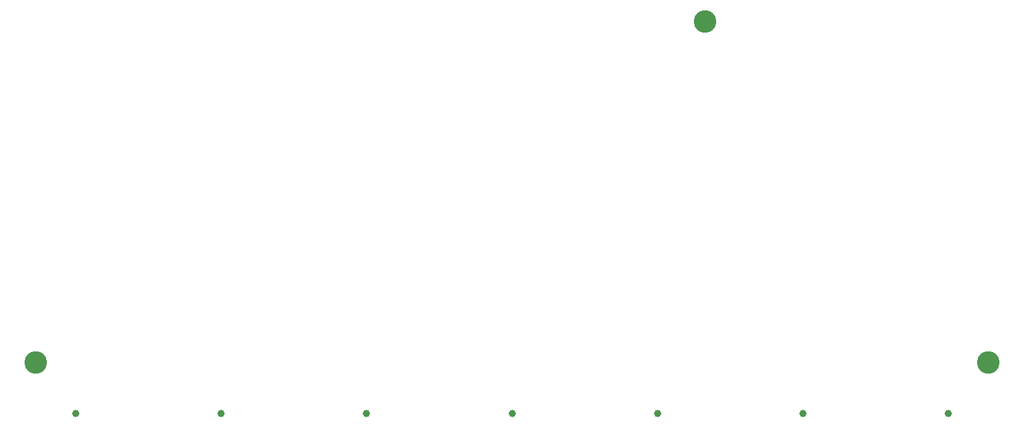
<source format=gbr>
%TF.GenerationSoftware,KiCad,Pcbnew,8.0.0*%
%TF.CreationDate,2024-03-22T20:29:23+02:00*%
%TF.ProjectId,qtouch-board,71746f75-6368-42d6-926f-6172642e6b69,rev?*%
%TF.SameCoordinates,Original*%
%TF.FileFunction,Plated,1,2,PTH,Drill*%
%TF.FilePolarity,Positive*%
%FSLAX46Y46*%
G04 Gerber Fmt 4.6, Leading zero omitted, Abs format (unit mm)*
G04 Created by KiCad (PCBNEW 8.0.0) date 2024-03-22 20:29:23*
%MOMM*%
%LPD*%
G01*
G04 APERTURE LIST*
%TA.AperFunction,ComponentDrill*%
%ADD10C,1.000000*%
%TD*%
%TA.AperFunction,ComponentDrill*%
%ADD11C,3.100000*%
%TD*%
G04 APERTURE END LIST*
D10*
%TO.C,J4*%
X71500000Y-109000000D03*
%TO.C,J6*%
X91500000Y-109000000D03*
%TO.C,J7*%
X111500000Y-109000000D03*
%TO.C,J8*%
X131500000Y-109000000D03*
%TO.C,J9*%
X151500000Y-109000000D03*
%TO.C,J10*%
X171500000Y-109000000D03*
%TO.C,J11*%
X191500000Y-109000000D03*
D11*
%TO.C,H2*%
X66000000Y-102000000D03*
%TO.C,H1*%
X158000000Y-55000000D03*
%TO.C,H3*%
X197000000Y-102000000D03*
M02*

</source>
